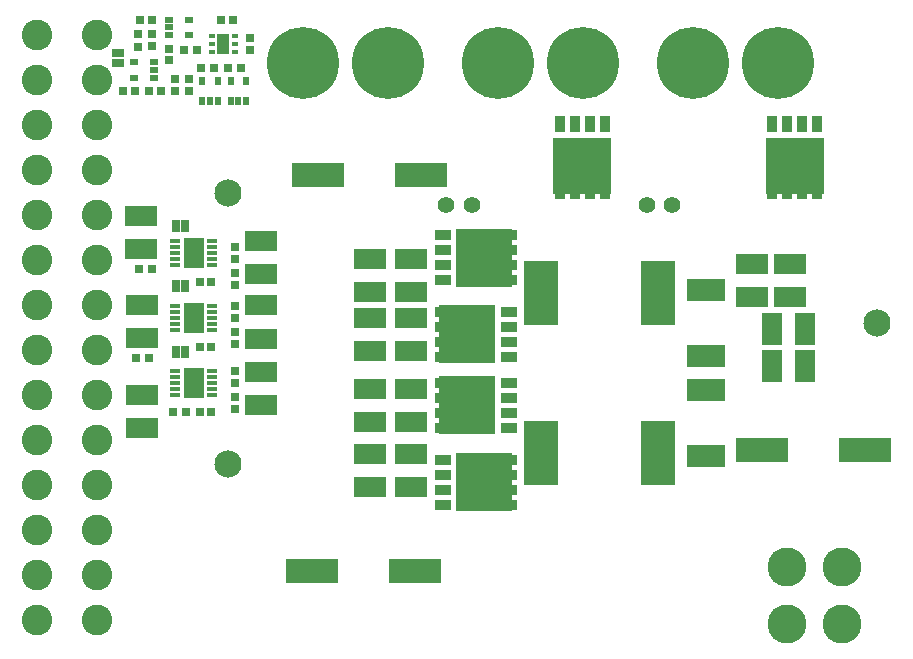
<source format=gbr>
G04 EAGLE Gerber RS-274X export*
G75*
%MOMM*%
%FSLAX34Y34*%
%LPD*%
%INSoldermask Bottom*%
%IPPOS*%
%AMOC8*
5,1,8,0,0,1.08239X$1,22.5*%
G01*
%ADD10C,2.301600*%
%ADD11R,0.851600X1.401600*%
%ADD12R,4.901600X4.801600*%
%ADD13C,6.101600*%
%ADD14R,0.900000X0.350000*%
%ADD15R,1.800000X2.500000*%
%ADD16R,1.401600X0.851600*%
%ADD17R,4.801600X4.901600*%
%ADD18R,1.701600X2.801600*%
%ADD19R,2.801600X1.701600*%
%ADD20R,4.501600X2.001600*%
%ADD21R,3.301600X1.901600*%
%ADD22R,3.001600X5.501600*%
%ADD23R,0.800000X0.800000*%
%ADD24R,0.550000X0.400000*%
%ADD25R,1.100000X1.700000*%
%ADD26R,0.700000X0.800000*%
%ADD27C,2.601600*%
%ADD28R,0.800000X0.700000*%
%ADD29R,0.800000X0.500000*%
%ADD30C,3.301600*%
%ADD31C,1.401600*%
%ADD32R,1.101600X0.701600*%
%ADD33R,0.701600X1.101600*%
%ADD34R,0.500000X0.800000*%


D10*
X185000Y380000D03*
X185000Y150000D03*
X735000Y270000D03*
D11*
X645950Y438250D03*
X658650Y438250D03*
X671350Y438250D03*
X684050Y438250D03*
X684050Y381750D03*
X671350Y381750D03*
X658650Y381750D03*
X645950Y381750D03*
D12*
X665000Y402750D03*
D11*
X465950Y438250D03*
X478650Y438250D03*
X491350Y438250D03*
X504050Y438250D03*
X504050Y381750D03*
X491350Y381750D03*
X478650Y381750D03*
X465950Y381750D03*
D12*
X485000Y402750D03*
D13*
X579000Y490000D03*
X651000Y490000D03*
X414000Y490000D03*
X486000Y490000D03*
X249000Y490000D03*
X321000Y490000D03*
D14*
X171500Y339000D03*
X171500Y334000D03*
X171500Y329000D03*
X171500Y324000D03*
X171500Y319000D03*
X140500Y319000D03*
X140500Y324000D03*
X140500Y329000D03*
X140500Y334000D03*
X140500Y339000D03*
D15*
X156000Y329000D03*
D16*
X423250Y279050D03*
X423250Y266350D03*
X423250Y253650D03*
X423250Y240950D03*
X366750Y240950D03*
X366750Y253650D03*
X366750Y266350D03*
X366750Y279050D03*
D17*
X387750Y260000D03*
D16*
X366750Y305950D03*
X366750Y318650D03*
X366750Y331350D03*
X366750Y344050D03*
X423250Y344050D03*
X423250Y331350D03*
X423250Y318650D03*
X423250Y305950D03*
D17*
X402250Y325000D03*
D16*
X423250Y219050D03*
X423250Y206350D03*
X423250Y193650D03*
X423250Y180950D03*
X366750Y180950D03*
X366750Y193650D03*
X366750Y206350D03*
X366750Y219050D03*
D17*
X387750Y200000D03*
D16*
X366750Y115950D03*
X366750Y128650D03*
X366750Y141350D03*
X366750Y154050D03*
X423250Y154050D03*
X423250Y141350D03*
X423250Y128650D03*
X423250Y115950D03*
D17*
X402250Y135000D03*
D18*
X646000Y233000D03*
X674000Y233000D03*
D19*
X661000Y292000D03*
X661000Y320000D03*
D18*
X646000Y265000D03*
X674000Y265000D03*
D19*
X629000Y292000D03*
X629000Y320000D03*
X340000Y274000D03*
X340000Y246000D03*
X305000Y274000D03*
X305000Y246000D03*
X340000Y296000D03*
X340000Y324000D03*
X305000Y296000D03*
X305000Y324000D03*
X340000Y159000D03*
X340000Y131000D03*
X305000Y159000D03*
X305000Y131000D03*
X305000Y186000D03*
X305000Y214000D03*
X340000Y186000D03*
X340000Y214000D03*
D20*
X637500Y162000D03*
X724500Y162000D03*
X261500Y395000D03*
X348500Y395000D03*
X256500Y60000D03*
X343500Y60000D03*
D21*
X590000Y298000D03*
X590000Y242000D03*
X590000Y157000D03*
X590000Y213000D03*
D22*
X450500Y295000D03*
X549500Y295000D03*
X450500Y160000D03*
X549500Y160000D03*
D19*
X213000Y339500D03*
X213000Y311500D03*
D23*
X191000Y324000D03*
X191000Y334000D03*
X191000Y302000D03*
X191000Y312000D03*
X161000Y304000D03*
X171000Y304000D03*
D19*
X111500Y360000D03*
X111500Y332000D03*
D14*
X171500Y284000D03*
X171500Y279000D03*
X171500Y274000D03*
X171500Y269000D03*
X171500Y264000D03*
X140500Y264000D03*
X140500Y269000D03*
X140500Y274000D03*
X140500Y279000D03*
X140500Y284000D03*
D15*
X156000Y274000D03*
D19*
X213000Y284500D03*
X213000Y256500D03*
D23*
X191000Y274000D03*
X191000Y284000D03*
X191000Y252000D03*
X191000Y262000D03*
X161000Y249000D03*
X171000Y249000D03*
D19*
X112000Y285000D03*
X112000Y257000D03*
D14*
X171500Y229000D03*
X171500Y224000D03*
X171500Y219000D03*
X171500Y214000D03*
X171500Y209000D03*
X140500Y209000D03*
X140500Y214000D03*
X140500Y219000D03*
X140500Y224000D03*
X140500Y229000D03*
D15*
X156000Y219000D03*
D19*
X213000Y228000D03*
X213000Y200000D03*
D23*
X191000Y219000D03*
X191000Y229000D03*
X191000Y197000D03*
X191000Y207000D03*
X161000Y194000D03*
X171000Y194000D03*
D19*
X112000Y208500D03*
X112000Y180500D03*
D24*
X171250Y499500D03*
D25*
X181000Y506000D03*
D24*
X171250Y506000D03*
X171250Y512500D03*
X190750Y512500D03*
X190750Y506000D03*
X190750Y499500D03*
D23*
X179000Y526000D03*
X189000Y526000D03*
X204000Y511000D03*
X204000Y501000D03*
D26*
X196500Y486000D03*
X185500Y486000D03*
X162500Y486000D03*
X173500Y486000D03*
D27*
X74300Y513400D03*
X23500Y513400D03*
X74300Y475300D03*
X23500Y475300D03*
X74300Y437200D03*
X23500Y437200D03*
X74300Y399100D03*
X23500Y399100D03*
X74300Y361000D03*
X23500Y361000D03*
X74300Y322900D03*
X23500Y322900D03*
X74300Y284800D03*
X23500Y284800D03*
X74300Y246700D03*
X23500Y246700D03*
X74300Y208600D03*
X23500Y208600D03*
X74300Y170500D03*
X23500Y170500D03*
X74300Y132400D03*
X23500Y132400D03*
X74300Y94300D03*
X23500Y94300D03*
X74300Y56200D03*
X23500Y56200D03*
X74300Y18100D03*
X23500Y18100D03*
D23*
X135000Y502000D03*
X135000Y492000D03*
X121000Y514000D03*
X121000Y504000D03*
D28*
X109000Y503500D03*
X109000Y514500D03*
D29*
X152500Y513500D03*
X152500Y526500D03*
X135500Y526500D03*
X135500Y520000D03*
X135500Y513500D03*
D26*
X158500Y501000D03*
X147500Y501000D03*
D23*
X121000Y526000D03*
X111000Y526000D03*
D30*
X705000Y63000D03*
X705000Y15000D03*
X658000Y63000D03*
X658000Y15000D03*
D31*
X540000Y370000D03*
X370000Y370000D03*
D29*
X105500Y490500D03*
X105500Y477500D03*
X122500Y477500D03*
X122500Y484000D03*
X122500Y490500D03*
D23*
X152000Y466000D03*
X152000Y476000D03*
X140000Y466000D03*
X140000Y476000D03*
X106000Y466000D03*
X96000Y466000D03*
X128000Y466000D03*
X118000Y466000D03*
D32*
X92000Y498000D03*
X92000Y490000D03*
D33*
X141000Y352000D03*
X149000Y352000D03*
X141000Y301000D03*
X149000Y301000D03*
X141000Y245000D03*
X149000Y245000D03*
D26*
X138500Y194000D03*
X149500Y194000D03*
X118500Y240000D03*
X107500Y240000D03*
X120500Y315000D03*
X109500Y315000D03*
D31*
X392000Y370000D03*
X561000Y370000D03*
D34*
X200500Y474500D03*
X187500Y474500D03*
X187500Y457500D03*
X194000Y457500D03*
X200500Y457500D03*
X176500Y474500D03*
X163500Y474500D03*
X163500Y457500D03*
X170000Y457500D03*
X176500Y457500D03*
M02*

</source>
